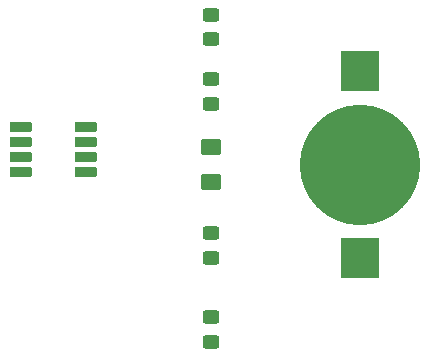
<source format=gbr>
G04 #@! TF.GenerationSoftware,KiCad,Pcbnew,(5.99.0-3978-g0efe073de)*
G04 #@! TF.CreationDate,2020-10-25T12:36:58-05:00*
G04 #@! TF.ProjectId,gtb-pumpkin,6774622d-7075-46d7-906b-696e2e6b6963,rev?*
G04 #@! TF.SameCoordinates,Original*
G04 #@! TF.FileFunction,Soldermask,Bot*
G04 #@! TF.FilePolarity,Negative*
%FSLAX46Y46*%
G04 Gerber Fmt 4.6, Leading zero omitted, Abs format (unit mm)*
G04 Created by KiCad (PCBNEW (5.99.0-3978-g0efe073de)) date 2020-10-25 12:36:58*
%MOMM*%
%LPD*%
G01*
G04 APERTURE LIST*
G04 Aperture macros list*
%AMRoundRect*
0 Rectangle with rounded corners*
0 $1 Rounding radius*
0 $2 $3 $4 $5 $6 $7 $8 $9 X,Y pos of 4 corners*
0 Add a 4 corners polygon primitive as box body*
4,1,4,$2,$3,$4,$5,$6,$7,$8,$9,$2,$3,0*
0 Add four circle primitives for the rounded corners*
1,1,$1+$1,$2,$3,0*
1,1,$1+$1,$4,$5,0*
1,1,$1+$1,$6,$7,0*
1,1,$1+$1,$8,$9,0*
0 Add four rect primitives between the rounded corners*
20,1,$1+$1,$2,$3,$4,$5,0*
20,1,$1+$1,$4,$5,$6,$7,0*
20,1,$1+$1,$6,$7,$8,$9,0*
20,1,$1+$1,$8,$9,$2,$3,0*%
G04 Aperture macros list end*
%ADD10R,3.300000X3.500000*%
%ADD11C,10.200000*%
%ADD12RoundRect,0.070000X0.875000X-0.325000X0.875000X0.325000X-0.875000X0.325000X-0.875000X-0.325000X0*%
%ADD13RoundRect,0.250000X-0.450000X0.325000X-0.450000X-0.325000X0.450000X-0.325000X0.450000X0.325000X0*%
%ADD14RoundRect,0.250000X0.450000X-0.325000X0.450000X0.325000X-0.450000X0.325000X-0.450000X-0.325000X0*%
%ADD15RoundRect,0.250001X0.624999X-0.462499X0.624999X0.462499X-0.624999X0.462499X-0.624999X-0.462499X0*%
G04 APERTURE END LIST*
D10*
X190741300Y-131638640D03*
X190741300Y-115838640D03*
D11*
X190741300Y-123738640D03*
D12*
X162083300Y-124386340D03*
X162083300Y-123116340D03*
X162083300Y-121846340D03*
X162083300Y-120576340D03*
X167583300Y-120576340D03*
X167583300Y-121846340D03*
X167583300Y-123116340D03*
X167583300Y-124386340D03*
D13*
X178150520Y-111042340D03*
X178150520Y-113092340D03*
D14*
X178150520Y-131606400D03*
X178150520Y-129556400D03*
X178140360Y-138726020D03*
X178140360Y-136676020D03*
X178142900Y-118573660D03*
X178142900Y-116523660D03*
D15*
X178150520Y-125218520D03*
X178150520Y-122243520D03*
M02*

</source>
